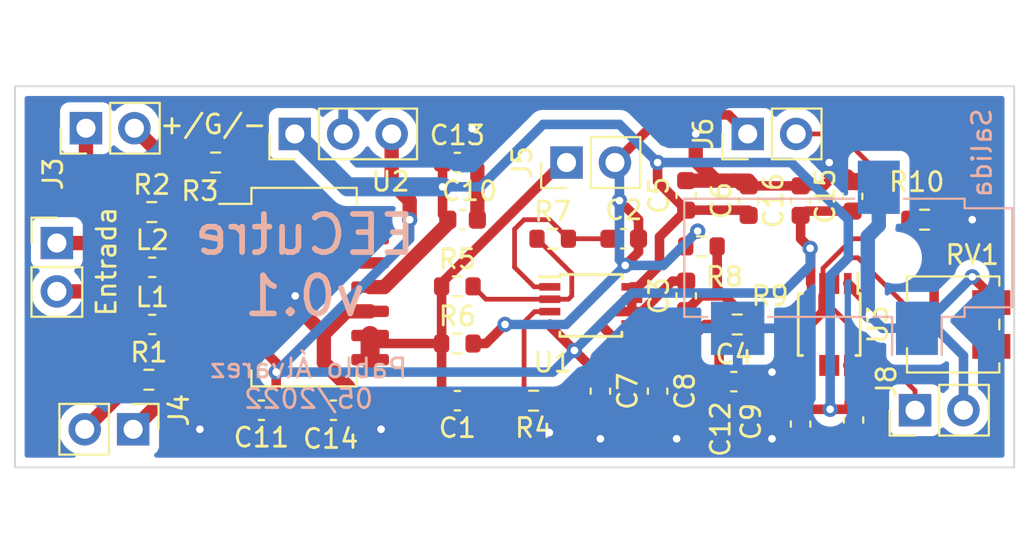
<source format=kicad_pcb>
(kicad_pcb (version 20211014) (generator pcbnew)
  (layers (0 "F.Cu" signal) (31 "B.Cu" signal) (34 "B.Paste" user) (35 "F.Paste" user) (36 "B.SilkS" user "B.Silkscreen") (37 "F.SilkS" user "F.Silkscreen") (38 "B.Mask" user) (39 "F.Mask" user) (44 "Edge.Cuts" user))
  (net 0 "")
  (net 1 "Net-(C1-Pad1)")
  (net 2 "/Sense")
  (net 3 "Net-(C2-Pad1)")
  (net 4 "Net-(C2-Pad2)")
  (net 5 "Net-(C3-Pad1)")
  (net 6 "Net-(C3-Pad2)")
  (net 7 "Net-(C4-Pad1)")
  (net 8 "Earth")
  (net 9 "Net-(J1-Pad1)")
  (net 10 "Net-(J1-Pad2)")
  (net 11 "+VDC")
  (net 12 "-VDC")
  (net 13 "Net-(J3-Pad2)")
  (net 14 "Net-(J4-Pad1)")
  (net 15 "Net-(J7-PadR)")
  (net 16 "/Ganancia")
  (net 17 "Net-(R3-Pad2)")
  (net 18 "Net-(R5-Pad2)")
  (net 19 "Net-(R10-Pad1)")
  (footprint "Capacitor_SMD:C_0603_1608Metric" (layer "F.Cu") (at 96.5 119)
    (fp_text reference "C14" (at -0.14058 1.5) (layer "F.SilkS"))
    (fp_text value "1uF")
    (pad "1" smd roundrect (at -0.775 0) (size 0.9 0.95) (layers "F.Cu" "F.Paste" "F.Mask") (net 12 "-VDC"))
    (pad "2" smd roundrect (at 0.775 0) (size 0.9 0.95) (layers "F.Cu" "F.Paste" "F.Mask") (net 8 "Earth"))
  )
  (footprint "Capacitor_SMD:C_0603_1608Metric" (layer "F.Cu") (at 121 119.725 -90)
    (fp_text reference "C12" (at 0.275 4.2 90) (layer "F.SilkS"))
    (fp_text value "1uF")
    (pad "1" smd roundrect (at -0.775 0 270) (size 0.9 0.95) (layers "F.Cu" "F.Paste" "F.Mask") (net 11 "+VDC"))
    (pad "2" smd roundrect (at 0.775 0 270) (size 0.9 0.95) (layers "F.Cu" "F.Paste" "F.Mask") (net 8 "Earth"))
  )
  (footprint "Capacitor_SMD:C_0603_1608Metric" (layer "F.Cu") (at 117.5 117.5)
    (fp_text reference "C4" (at 0 -1.43) (layer "F.SilkS"))
    (fp_text value "2.7uF")
    (pad "1" smd roundrect (at -0.775 0) (size 0.9 0.95) (layers "F.Cu" "F.Paste" "F.Mask") (net 7 "Net-(C4-Pad1)"))
    (pad "2" smd roundrect (at 0.775 0) (size 0.9 0.95) (layers "F.Cu" "F.Paste" "F.Mask") (net 8 "Earth"))
  )
  (footprint "Capacitor_SMD:C_0603_1608Metric" (layer "F.Cu") (at 118.275 108 90)
    (fp_text reference "C6" (at 0 -1.43 90) (layer "F.SilkS"))
    (fp_text value "1uF")
    (pad "1" smd roundrect (at -0.775 0 90) (size 0.9 0.95) (layers "F.Cu" "F.Paste" "F.Mask") (net 11 "+VDC"))
    (pad "2" smd roundrect (at 0.775 0 90) (size 0.9 0.95) (layers "F.Cu" "F.Paste" "F.Mask") (net 8 "Earth"))
  )
  (footprint "Resistor_SMD:R_0603_1608Metric" (layer "F.Cu") (at 117.675 114.5 180)
    (fp_text reference "R9" (at -1.725 1.5) (layer "F.SilkS"))
    (fp_text value "1.5K")
    (pad "1" smd roundrect (at -0.825 0 180) (size 0.8 0.95) (layers "F.Cu" "F.Paste" "F.Mask") (net 5 "Net-(C3-Pad1)"))
    (pad "2" smd roundrect (at 0.825 0 180) (size 0.8 0.95) (layers "F.Cu" "F.Paste" "F.Mask") (net 7 "Net-(C4-Pad1)"))
  )
  (footprint "Resistor_SMD:R_0603_1608Metric" (layer "F.Cu") (at 115.8 110.4)
    (fp_text reference "R8" (at 1.2 1.6) (layer "F.SilkS"))
    (fp_text value "1.5K")
    (pad "1" smd roundrect (at -0.825 0) (size 0.8 0.95) (layers "F.Cu" "F.Paste" "F.Mask") (net 4 "Net-(C2-Pad2)"))
    (pad "2" smd roundrect (at 0.825 0) (size 0.8 0.95) (layers "F.Cu" "F.Paste" "F.Mask") (net 5 "Net-(C3-Pad1)"))
  )
  (footprint "Resistor_SMD:R_0603_1608Metric" (layer "F.Cu") (at 86.825 117.4)
    (fp_text reference "R1" (at 0 -1.43) (layer "F.SilkS"))
    (fp_text value "47R")
    (pad "1" smd roundrect (at -0.825 0) (size 0.8 0.95) (layers "F.Cu" "F.Paste" "F.Mask") (net 10 "Net-(J1-Pad2)"))
    (pad "2" smd roundrect (at 0.825 0) (size 0.8 0.95) (layers "F.Cu" "F.Paste" "F.Mask") (net 14 "Net-(J4-Pad1)"))
  )
  (footprint "Connector_PinHeader_2.54mm:PinHeader_1x02_P2.54mm_Vertical" (layer "F.Cu") (at 83.525 104.2 90)
    (fp_text reference "J3" (at -2.4 -1.725 90) (layer "F.SilkS"))
    (fp_text value "Jumper V-")
    (pad "1" thru_hole rect (at 0 0 90) (size 1.7 1.7) (drill 1) (layers *.Cu *.Mask) (net 9 "Net-(J1-Pad1)"))
    (pad "2" thru_hole oval (at 0 2.54 90) (size 1.7 1.7) (drill 1) (layers *.Cu *.Mask) (net 13 "Net-(J3-Pad2)"))
  )
  (footprint "Capacitor_SMD:C_0603_1608Metric" (layer "F.Cu") (at 103.275 109)
    (fp_text reference "C10" (at 0.35942 -1.5 180) (layer "F.SilkS"))
    (fp_text value "100nF")
    (pad "1" smd roundrect (at -0.775 0) (size 0.9 0.95) (layers "F.Cu" "F.Paste" "F.Mask") (net 11 "+VDC"))
    (pad "2" smd roundrect (at 0.775 0) (size 0.9 0.95) (layers "F.Cu" "F.Paste" "F.Mask") (net 8 "Earth"))
  )
  (footprint "Package_SO:SO-14_5.3x10.2mm_P1.27mm" (layer "F.Cu") (at 94.9625 112.54)
    (fp_text reference "U2" (at 4.5375 -5.54) (layer "F.SilkS"))
    (fp_text value "INA163UA")
    (pad "1" smd roundrect (at -3.4625 -3.81) (size 1.975 0.6) (layers "F.Cu" "F.Paste" "F.Mask"))
    (pad "2" smd roundrect (at -3.4625 -2.54) (size 1.975 0.6) (layers "F.Cu" "F.Paste" "F.Mask"))
    (pad "3" smd roundrect (at -3.4625 -1.27) (size 1.975 0.6) (layers "F.Cu" "F.Paste" "F.Mask") (net 17 "Net-(R3-Pad2)"))
    (pad "4" smd roundrect (at -3.4625 0) (size 1.975 0.6) (layers "F.Cu" "F.Paste" "F.Mask") (net 13 "Net-(J3-Pad2)"))
    (pad "5" smd roundrect (at -3.4625 1.27) (size 1.975 0.6) (layers "F.Cu" "F.Paste" "F.Mask") (net 14 "Net-(J4-Pad1)"))
    (pad "6" smd roundrect (at -3.4625 2.54) (size 1.975 0.6) (layers "F.Cu" "F.Paste" "F.Mask") (net 12 "-VDC"))
    (pad "7" smd roundrect (at -3.4625 3.81) (size 1.975 0.6) (layers "F.Cu" "F.Paste" "F.Mask"))
    (pad "8" smd roundrect (at 3.4625 3.81) (size 1.975 0.6) (layers "F.Cu" "F.Paste" "F.Mask") (net 2 "/Sense"))
    (pad "9" smd roundrect (at 3.4625 2.54) (size 1.975 0.6) (layers "F.Cu" "F.Paste" "F.Mask") (net 2 "/Sense"))
    (pad "10" smd roundrect (at 3.4625 1.27) (size 1.975 0.6) (layers "F.Cu" "F.Paste" "F.Mask") (net 8 "Earth"))
    (pad "11" smd roundrect (at 3.4625 0) (size 1.975 0.6) (layers "F.Cu" "F.Paste" "F.Mask") (net 11 "+VDC"))
    (pad "12" smd roundrect (at 3.4625 -1.27) (size 1.975 0.6) (layers "F.Cu" "F.Paste" "F.Mask") (net 16 "/Ganancia"))
    (pad "13" smd roundrect (at 3.4625 -2.54) (size 1.975 0.6) (layers "F.Cu" "F.Paste" "F.Mask"))
    (pad "14" smd roundrect (at 3.4625 -3.81) (size 1.975 0.6) (layers "F.Cu" "F.Paste" "F.Mask"))
  )
  (footprint "Capacitor_SMD:C_0603_1608Metric" (layer "F.Cu") (at 121 108 90)
    (fp_text reference "C16" (at 0 -1.43 90) (layer "F.SilkS"))
    (fp_text value "1uF")
    (pad "1" smd roundrect (at -0.775 0 90) (size 0.9 0.95) (layers "F.Cu" "F.Paste" "F.Mask") (net 12 "-VDC"))
    (pad "2" smd roundrect (at 0.775 0 90) (size 0.9 0.95) (layers "F.Cu" "F.Paste" "F.Mask") (net 8 "Earth"))
  )
  (footprint "Resistor_SMD:R_0603_1608Metric" (layer "F.Cu") (at 103 115.5)
    (fp_text reference "R6" (at 0 -1.43) (layer "F.SilkS"))
    (fp_text value "2K")
    (pad "1" smd roundrect (at -0.825 0) (size 0.8 0.95) (layers "F.Cu" "F.Paste" "F.Mask") (net 2 "/Sense"))
    (pad "2" smd roundrect (at 0.825 0) (size 0.8 0.95) (layers "F.Cu" "F.Paste" "F.Mask") (net 4 "Net-(C2-Pad2)"))
  )
  (footprint "Resistor_SMD:R_0603_1608Metric" (layer "F.Cu") (at 103 112.5)
    (fp_text reference "R5" (at 0 -1.43) (layer "F.SilkS"))
    (fp_text value "2K")
    (pad "1" smd roundrect (at -0.825 0) (size 0.8 0.95) (layers "F.Cu" "F.Paste" "F.Mask") (net 2 "/Sense"))
    (pad "2" smd roundrect (at 0.825 0) (size 0.8 0.95) (layers "F.Cu" "F.Paste" "F.Mask") (net 18 "Net-(R5-Pad2)"))
  )
  (footprint "Capacitor_SMD:C_0603_1608Metric" (layer "F.Cu") (at 103 106)
    (fp_text reference "C13" (at 0 -1.43) (layer "F.SilkS"))
    (fp_text value "1uF")
    (pad "1" smd roundrect (at -0.775 0) (size 0.9 0.95) (layers "F.Cu" "F.Paste" "F.Mask") (net 11 "+VDC"))
    (pad "2" smd roundrect (at 0.775 0) (size 0.9 0.95) (layers "F.Cu" "F.Paste" "F.Mask") (net 8 "Earth"))
  )
  (footprint "Connector_PinHeader_2.54mm:PinHeader_1x02_P2.54mm_Vertical" (layer "F.Cu") (at 82 110.225)
    (fp_text reference "Entrada" (at 2.6 0.975 90) (layer "F.SilkS"))
    (fp_text value "Entrada")
    (pad "1" thru_hole rect (at 0 0) (size 1.7 1.7) (drill 1) (layers *.Cu *.Mask) (net 9 "Net-(J1-Pad1)"))
    (pad "2" thru_hole oval (at 0 2.54) (size 1.7 1.7) (drill 1) (layers *.Cu *.Mask) (net 10 "Net-(J1-Pad2)"))
  )
  (footprint "Capacitor_SMD:C_0603_1608Metric" (layer "F.Cu") (at 123.725 107.775 90)
    (fp_text reference "C15" (at 0 -1.43 90) (layer "F.SilkS"))
    (fp_text value "100nF")
    (pad "1" smd roundrect (at -0.775 0 90) (size 0.9 0.95) (layers "F.Cu" "F.Paste" "F.Mask") (net 12 "-VDC"))
    (pad "2" smd roundrect (at 0.775 0 90) (size 0.9 0.95) (layers "F.Cu" "F.Paste" "F.Mask") (net 8 "Earth"))
  )
  (footprint "Connector_PinHeader_2.54mm:PinHeader_1x02_P2.54mm_Vertical" (layer "F.Cu") (at 108.725 106 90)
    (fp_text reference "J5" (at 0 -2.33 90) (layer "F.SilkS"))
    (fp_text value "Jumper Notch")
    (pad "1" thru_hole rect (at 0 0 90) (size 1.7 1.7) (drill 1) (layers *.Cu *.Mask) (net 2 "/Sense"))
    (pad "2" thru_hole oval (at 0 2.54 90) (size 1.7 1.7) (drill 1) (layers *.Cu *.Mask) (net 4 "Net-(C2-Pad2)"))
  )
  (footprint "Capacitor_SMD:C_0603_1608Metric" (layer "F.Cu") (at 111.725 110)
    (fp_text reference "C2" (at 0 -1.5) (layer "F.SilkS"))
    (fp_text value "1.6uF")
    (pad "1" smd roundrect (at -0.775 0) (size 0.9 0.95) (layers "F.Cu" "F.Paste" "F.Mask") (net 3 "Net-(C2-Pad1)"))
    (pad "2" smd roundrect (at 0.775 0) (size 0.9 0.95) (layers "F.Cu" "F.Paste" "F.Mask") (net 4 "Net-(C2-Pad2)"))
  )
  (footprint "Resistor_SMD:R_0603_1608Metric" (layer "F.Cu") (at 90.325 106 180)
    (fp_text reference "R3" (at 0.825 -1.5) (layer "F.SilkS"))
    (fp_text value "56R")
    (pad "1" smd roundrect (at -0.825 0 180) (size 0.8 0.95) (layers "F.Cu" "F.Paste" "F.Mask") (net 16 "/Ganancia"))
    (pad "2" smd roundrect (at 0.825 0 180) (size 0.8 0.95) (layers "F.Cu" "F.Paste" "F.Mask") (net 17 "Net-(R3-Pad2)"))
  )
  (footprint "Resistor_SMD:R_0603_1608Metric" (layer "F.Cu") (at 108 110)
    (fp_text reference "R7" (at 0 -1.43) (layer "F.SilkS"))
    (fp_text value "2K")
    (pad "1" smd roundrect (at -0.825 0) (size 0.8 0.95) (layers "F.Cu" "F.Paste" "F.Mask") (net 18 "Net-(R5-Pad2)"))
    (pad "2" smd roundrect (at 0.825 0) (size 0.8 0.95) (layers "F.Cu" "F.Paste" "F.Mask") (net 3 "Net-(C2-Pad1)"))
  )
  (footprint "Resistor_SMD:R_0603_1608Metric" (layer "F.Cu") (at 86.975 108.6)
    (fp_text reference "R2" (at 0 -1.43) (layer "F.SilkS"))
    (fp_text value "47R")
    (pad "1" smd roundrect (at -0.825 0) (size 0.8 0.95) (layers "F.Cu" "F.Paste" "F.Mask") (net 9 "Net-(J1-Pad1)"))
    (pad "2" smd roundrect (at 0.825 0) (size 0.8 0.95) (layers "F.Cu" "F.Paste" "F.Mask") (net 13 "Net-(J3-Pad2)"))
  )
  (footprint "Connector_PinHeader_2.54mm:PinHeader_1x03_P2.54mm_Vertical" (layer "F.Cu") (at 94.475 104.5 90)
    (fp_text reference "+/G/-" (at 0.5 -4.275 180) (layer "F.SilkS"))
    (fp_text value "Alimentación")
    (pad "1" thru_hole rect (at 0 0 90) (size 1.7 1.7) (drill 1) (layers *.Cu *.Mask) (net 11 "+VDC"))
    (pad "2" thru_hole oval (at 0 2.54 90) (size 1.7 1.7) (drill 1) (layers *.Cu *.Mask) (net 8 "Earth"))
    (pad "3" thru_hole oval (at 0 5.08 90) (size 1.7 1.7) (drill 1) (layers *.Cu *.Mask) (net 12 "-VDC"))
  )
  (footprint "Capacitor_SMD:C_0603_1608Metric" (layer "F.Cu") (at 115 113 90)
    (fp_text reference "C3" (at 0 -1.43 90) (layer "F.SilkS"))
    (fp_text value "2.7uF")
    (pad "1" smd roundrect (at -0.775 0 90) (size 0.9 0.95) (layers "F.Cu" "F.Paste" "F.Mask") (net 5 "Net-(C3-Pad1)"))
    (pad "2" smd roundrect (at 0.775 0 90) (size 0.9 0.95) (layers "F.Cu" "F.Paste" "F.Mask") (net 6 "Net-(C3-Pad2)"))
  )
  (footprint "Potentiometer_SMD:Potentiometer_Bourns_3214J_Horizontal" (layer "F.Cu") (at 129 114.5)
    (fp_text reference "RV1" (at 1 -3.65) (layer "F.SilkS"))
    (fp_text value "50K")
    (pad "1" smd rect (at 2 -1.15) (size 2 1.3) (layers "F.Cu" "F.Paste" "F.Mask") (net 15 "Net-(J7-PadR)"))
    (pad "2" smd rect (at -2 0) (size 2 2) (layers "F.Cu" "F.Paste" "F.Mask") (net 19 "Net-(R10-Pad1)"))
    (pad "3" smd rect (at 2 1.15) (size 2 1.3) (layers "F.Cu" "F.Paste" "F.Mask"))
  )
  (footprint "Resistor_SMD:R_0603_1608Metric" (layer "F.Cu") (at 107 118.5 180)
    (fp_text reference "R4" (at 0 -1.43) (layer "F.SilkS"))
    (fp_text value "2K")
    (pad "1" smd roundrect (at -0.825 0 180) (size 0.8 0.95) (layers "F.Cu" "F.Paste" "F.Mask") (net 8 "Earth"))
    (pad "2" smd roundrect (at 0.825 0 180) (size 0.8 0.95) (layers "F.Cu" "F.Paste" "F.Mask") (net 1 "Net-(C1-Pad1)"))
  )
  (footprint "Capacitor_SMD:C_0603_1608Metric" (layer "F.Cu") (at 123.775 119.51 -90)
    (fp_text reference "C9" (at 0.09 5.375 -90) (layer "F.SilkS"))
    (fp_text value "100nF")
    (pad "1" smd roundrect (at -0.775 0 270) (size 0.9 0.95) (layers "F.Cu" "F.Paste" "F.Mask") (net 11 "+VDC"))
    (pad "2" smd roundrect (at 0.775 0 270) (size 0.9 0.95) (layers "F.Cu" "F.Paste" "F.Mask") (net 8 "Earth"))
  )
  (footprint "Connector_PinHeader_2.54mm:PinHeader_1x02_P2.54mm_Vertical" (layer "F.Cu") (at 86 120 -90)
    (fp_text reference "J4" (at -1 -2.4 90) (layer "F.SilkS"))
    (fp_text value "Jumper V+")
    (pad "1" thru_hole rect (at 0 0 270) (size 1.7 1.7) (drill 1) (layers *.Cu *.Mask) (net 14 "Net-(J4-Pad1)"))
    (pad "2" thru_hole oval (at 0 2.54 270) (size 1.7 1.7) (drill 1) (layers *.Cu *.Mask) (net 10 "Net-(J1-Pad2)"))
  )
  (footprint "Connector_PinHeader_2.54mm:PinHeader_1x02_P2.54mm_Vertical" (layer "F.Cu") (at 127 119 90)
    (fp_text reference "J8" (at 1.5 -1.5 90) (layer "F.SilkS"))
    (fp_text value "Jumper Amplificador")
    (pad "1" thru_hole rect (at 0 0 90) (size 1.7 1.7) (drill 1) (layers *.Cu *.Mask) (net 6 "Net-(C3-Pad2)"))
    (pad "2" thru_hole oval (at 0 2.54 90) (size 1.7 1.7) (drill 1) (layers *.Cu *.Mask) (net 15 "Net-(J7-PadR)"))
  )
  (footprint "Resistor_SMD:R_0603_1608Metric" (layer "F.Cu") (at 127.5 109)
    (fp_text reference "R10" (at -0.41 -1.98) (layer "F.SilkS"))
    (fp_text value "1K")
    (pad "1" smd roundrect (at -0.825 0) (size 0.8 0.95) (layers "F.Cu" "F.Paste" "F.Mask") (net 19 "Net-(R10-Pad1)"))
    (pad "2" smd roundrect (at 0.825 0) (size 0.8 0.95) (layers "F.Cu" "F.Paste" "F.Mask") (net 8 "Earth"))
  )
  (footprint "Capacitor_SMD:C_0603_1608Metric" (layer "F.Cu") (at 103 118.5 180)
    (fp_text reference "C1" (at 0 -1.43) (layer "F.SilkS"))
    (fp_text value "1.6uF")
    (pad "1" smd roundrect (at -0.775 0 180) (size 0.9 0.95) (layers "F.Cu" "F.Paste" "F.Mask") (net 1 "Net-(C1-Pad1)"))
    (pad "2" smd roundrect (at 0.775 0 180) (size 0.9 0.95) (layers "F.Cu" "F.Paste" "F.Mask") (net 2 "/Sense"))
  )
  (footprint "Package_SO:TSSOP-8_3x3mm_P0.65mm" (layer "F.Cu") (at 110 113.5)
    (fp_text reference "U1" (at -2 3) (layer "F.SilkS"))
    (fp_text value "LM358")
    (pad "1" smd rect (at -2.15 -0.975) (size 1.1 0.4) (layers "F.Cu" "F.Paste" "F.Mask") (net 3 "Net-(C2-Pad1)"))
    (pad "2" smd rect (at -2.15 -0.325) (size 1.1 0.4) (layers "F.Cu" "F.Paste" "F.Mask") (net 18 "Net-(R5-Pad2)"))
    (pad "3" smd rect (at -2.15 0.325) (size 1.1 0.4) (layers "F.Cu" "F.Paste" "F.Mask") (net 1 "Net-(C1-Pad1)"))
    (pad "4" smd rect (at -2.15 0.975) (size 1.1 0.4) (layers "F.Cu" "F.Paste" "F.Mask") (net 12 "-VDC"))
    (pad "5" smd rect (at 2.15 0.975) (size 1.1 0.4) (layers "F.Cu" "F.Paste" "F.Mask") (net 7 "Net-(C4-Pad1)"))
    (pad "6" smd rect (at 2.15 0.325) (size 1.1 0.4) (layers "F.Cu" "F.Paste" "F.Mask") (net 6 "Net-(C3-Pad2)"))
    (pad "7" smd rect (at 2.15 -0.325) (size 1.1 0.4) (layers "F.Cu" "F.Paste" "F.Mask") (net 6 "Net-(C3-Pad2)"))
    (pad "8" smd rect (at 2.15 -0.975) (size 1.1 0.4) (layers "F.Cu" "F.Paste" "F.Mask") (net 11 "+VDC"))
  )
  (footprint "Inductor_SMD:L_0603_1608Metric" (layer "F.Cu") (at 87 111.5)
    (fp_text reference "L2" (at 0 -1.43) (layer "F.SilkS"))
    (fp_text value "1.2uH")
    (pad "1" smd roundrect (at -0.7875 0) (size 0.875 0.95) (layers "F.Cu" "F.Paste" "F.Mask") (net 9 "Net-(J1-Pad1)"))
    (pad "2" smd roundrect (at 0.7875 0) (size 0.875 0.95) (layers "F.Cu" "F.Paste" "F.Mask") (net 13 "Net-(J3-Pad2)"))
  )
  (footprint "Capacitor_SMD:C_0603_1608Metric" (layer "F.Cu") (at 92.725 119 180)
    (fp_text reference "C11" (at 0 -1.43) (layer "F.SilkS"))
    (fp_text value "100nF")
    (pad "1" smd roundrect (at -0.775 0 180) (size 0.9 0.95) (layers "F.Cu" "F.Paste" "F.Mask") (net 12 "-VDC"))
    (pad "2" smd roundrect (at 0.775 0 180) (size 0.9 0.95) (layers "F.Cu" "F.Paste" "F.Mask") (net 8 "Earth"))
  )
  (footprint "Connector_PinHeader_2.54mm:PinHeader_1x02_P2.54mm_Vertical" (layer "F.Cu") (at 118.225 104.5 90)
    (fp_text reference "J6" (at 0 -2.33 90) (layer "F.SilkS"))
    (fp_text value "Jumper Paso Bajo")
    (pad "1" thru_hole rect (at 0 0 90) (size 1.7 1.7) (drill 1) (layers *.Cu *.Mask) (net 4 "Net-(C2-Pad2)"))
    (pad "2" thru_hole oval (at 0 2.54 90) (size 1.7 1.7) (drill 1) (layers *.Cu *.Mask) (net 6 "Net-(C3-Pad2)"))
  )
  (footprint "Capacitor_SMD:C_0603_1608Metric" (layer "F.Cu") (at 110.5 118 -90)
    (fp_text reference "C7" (at 0 -1.43 90) (layer "F.SilkS"))
    (fp_text value "100nF")
    (pad "1" smd roundrect (at -0.775 0 270) (size 0.9 0.95) (layers "F.Cu" "F.Paste" "F.Mask") (net 12 "-VDC"))
    (pad "2" smd roundrect (at 0.775 0 270) (size 0.9 0.95) (layers "F.Cu" "F.Paste" "F.Mask") (net 8 "Earth"))
  )
  (footprint "Capacitor_SMD:C_0603_1608Metric" (layer "F.Cu") (at 115 107.725 90)
    (fp_text reference "C5" (at 0 -1.43 90) (layer "F.SilkS"))
    (fp_text value "100nF")
    (pad "1" smd roundrect (at -0.775 0 90) (size 0.9 0.95) (layers "F.Cu" "F.Paste" "F.Mask") (net 11 "+VDC"))
    (pad "2" smd roundrect (at 0.775 0 90) (size 0.9 0.95) (layers "F.Cu" "F.Paste" "F.Mask") (net 8 "Earth"))
  )
  (footprint "Package_SO:TSSOP-8_3x3mm_P0.65mm" (layer "F.Cu") (at 122.5 114.5 -90)
    (fp_text reference "U3" (at 0 -2.55 90) (layer "F.SilkS"))
    (fp_text value "LM358")
    (pad "1" smd rect (at -2.15 -0.975 270) (size 1.1 0.4) (layers "F.Cu" "F.Paste" "F.Mask") (net 15 "Net-(J7-PadR)"))
    (pad "2" smd rect (at -2.15 -0.325 270) (size 1.1 0.4) (layers "F.Cu" "F.Paste" "F.Mask") (net 19 "Net-(R10-Pad1)"))
    (pad "3" smd rect (at -2.15 0.325 270) (size 1.1 0.4) (layers "F.Cu" "F.Paste" "F.Mask") (net 6 "Net-(C3-Pad2)"))
    (pad "4" smd rect (at -2.15 0.975 270) (size 1.1 0.4) (layers "F.Cu" "F.Paste" "F.Mask") (net 12 "-VDC"))
    (pad "5" smd rect (at 2.15 0.975 270) (size 1.1 0.4) (layers "F.Cu" "F.Paste" "F.Mask"))
    (pad "6" smd rect (at 2.15 0.325 270) (size 1.1 0.4) (layers "F.Cu" "F.Paste" "F.Mask"))
    (pad "7" smd rect (at 2.15 -0.325 270) (size 1.1 0.4) (layers "F.Cu" "F.Paste" "F.Mask"))
    (pad "8" smd rect (at 2.15 -0.975 270) (size 1.1 0.4) (layers "F.Cu" "F.Paste" "F.Mask") (net 11 "+VDC"))
  )
  (footprint "Capacitor_SMD:C_0603_1608Metric" (layer "F.Cu") (at 113.5 118 -90)
    (fp_text reference "C8" (at 0 -1.43 90) (layer "F.SilkS"))
    (fp_text value "1uF")
    (pad "1" smd roundrect (at -0.775 0 270) (size 0.9 0.95) (layers "F.Cu" "F.Paste" "F.Mask") (net 12 "-VDC"))
    (pad "2" smd roundrect (at 0.775 0 270) (size 0.9 0.95) (layers "F.Cu" "F.Paste" "F.Mask") (net 8 "Earth"))
  )
  (footprint "Inductor_SMD:L_0603_1608Metric" (layer "F.Cu") (at 87 114.5)
    (fp_text reference "L1" (at 0 -1.43) (layer "F.SilkS"))
    (fp_text value "1.2uH")
    (pad "1" smd roundrect (at -0.7875 0) (size 0.875 0.95) (layers "F.Cu" "F.Paste" "F.Mask") (net 10 "Net-(J1-Pad2)"))
    (pad "2" smd roundrect (at 0.7875 0) (size 0.875 0.95) (layers "F.Cu" "F.Paste" "F.Mask") (net 14 "Net-(J4-Pad1)"))
  )
  (footprint "Connector_Audio:Jack_3.5mm_CUI_SJ-3523-SMT_Horizontal" (layer "B.Cu") (at 123.5 111 90)
    (fp_text reference "Salida" (at 5.5 7 90) (layer "B.SilkS") (effects (justify mirror)))
    (fp_text value "AudioJack3")
    (pad "" np_thru_hole circle (at 0 2.5 90) (size 1.7 1.7) (drill 1.7) (layers *.Cu *.Mask))
    (pad "" np_thru_hole circle (at 0 -4.5 90) (size 1.7 1.7) (drill 1.7) (layers *.Cu *.Mask))
    (pad "R" smd rect (at 3.7 1.6 90) (size 2.8 2.2) (layers "B.Cu" "B.Paste" "B.Mask") (net 15 "Net-(J7-PadR)"))
    (pad "S" smd rect (at -3.7 3.6 90) (size 2.8 2.2) (layers "B.Cu" "B.Paste" "B.Mask") (net 15 "Net-(J7-PadR)"))
    (pad "T" smd rect (at -3.7 -5.8 90) (size 2.8 2.8) (layers "B.Cu" "B.Paste" "B.Mask") (net 8 "Earth"))
  )
  (gr_rect (start 79.8 102) (end 132.2 122) (layer "Edge.Cuts") (width 0.1) (fill none))
  (gr_text "EECutre\nv0.1" (at 95 111.4) (layer "B.SilkS") (effects (font (size 2 2) (thickness 0.3)) (justify mirror)))
  (gr_text "Pablo Álvarez\n05/2022" (at 95.2 117.6) (layer "B.SilkS") (effects (font (size 1 1)) (justify mirror)))
  (segment (start 107.05 113.825) (end 106.5 114.375) (width 0.25) (layer "F.Cu") (net 1))
  (segment (start 107.85 113.825) (end 107.05 113.825) (width 0.25) (layer "F.Cu") (net 1))
  (segment (start 103.775 118.5) (end 106.175 118.5) (width 0.5) (layer "F.Cu") (net 1))
  (segment (start 106.5 114.375) (end 106.5 118.175) (width 0.25) (layer "F.Cu") (net 1))
  (segment (start 108.5 106) (end 102.175 112.325) (width 0.5) (layer "F.Cu") (net 2))
  (segment (start 98.425 116.35) (end 98.425 115.08) (width 1) (layer "F.Cu") (net 2))
  (segment (start 102.175 115.5) (end 102.175 118.45) (width 0.5) (layer "F.Cu") (net 2))
  (segment (start 102.175 115.5) (end 98.845 115.5) (width 0.5) (layer "F.Cu") (net 2))
  (segment (start 108.725 106) (end 108.5 106) (width 0.5) (layer "F.Cu") (net 2))
  (segment (start 98.845 115.5) (end 98.425 115.08) (width 0.5) (layer "F.Cu") (net 2))
  (segment (start 102.175 112.5) (end 102.175 115.5) (width 0.5) (layer "F.Cu") (net 2))
  (segment (start 102.175 112.325) (end 102.175 112.5) (width 0.5) (layer "F.Cu") (net 2))
  (segment (start 102.175 118.45) (end 102.225 118.5) (width 0.5) (layer "F.Cu") (net 2))
  (segment (start 106 109.5) (end 106 111.5) (width 0.25) (layer "F.Cu") (net 3))
  (segment (start 106.5 109) (end 106 109.5) (width 0.25) (layer "F.Cu") (net 3))
  (segment (start 108.825 110) (end 110.95 110) (width 0.25) (layer "F.Cu") (net 3))
  (segment (start 107.825 109) (end 106.5 109) (width 0.25) (layer "F.Cu") (net 3))
  (segment (start 107.025 112.525) (end 107.85 112.525) (width 0.25) (layer "F.Cu") (net 3))
  (segment (start 108.825 110) (end 107.825 109) (width 0.25) (layer "F.Cu") (net 3))
  (segment (start 106 111.5) (end 107.025 112.525) (width 0.25) (layer "F.Cu") (net 3))
  (segment (start 111.265 106) (end 113.765 103.5) (width 0.5) (layer "F.Cu") (net 4))
  (segment (start 104.5 115.5) (end 105.5 114.5) (width 0.5) (layer "F.Cu") (net 4))
  (segment (start 113.765 103.5) (end 117.225 103.5) (width 0.5) (layer "F.Cu") (net 4))
  (segment (start 112.5 110) (end 112.5 110.7) (width 0.5) (layer "F.Cu") (net 4))
  (segment (start 114.975 110.4) (end 114.975 110.225) (width 0.5) (layer "F.Cu") (net 4))
  (segment (start 103.825 115.5) (end 104.5 115.5) (width 0.5) (layer "F.Cu") (net 4))
  (segment (start 114.975 110.225) (end 115.6 109.6) (width 0.5) (layer "F.Cu") (net 4))
  (segment (start 117.225 103.5) (end 118.225 104.5) (width 0.5) (layer "F.Cu") (net 4))
  (segment (start 112.5 109) (end 111.5 108) (width 0.5) (layer "F.Cu") (net 4))
  (segment (start 112.5 110.7) (end 111.8 111.4) (width 0.5) (layer "F.Cu") (net 4))
  (segment (start 112.5 110) (end 112.5 109) (width 0.5) (layer "F.Cu") (net 4))
  (via (at 115.6 109.6) (size 0.8) (drill 0.4) (layers "F.Cu" "B.Cu") (net 4))
  (via (at 111.5 108) (size 0.8) (drill 0.4) (layers "F.Cu" "B.Cu") (net 4))
  (via (at 105.5 114.5) (size 0.8) (drill 0.4) (layers "F.Cu" "B.Cu") (net 4))
  (via (at 111.8 111.4) (size 0.8) (drill 0.4) (layers "F.Cu" "B.Cu") (net 4))
  (segment (start 111.5 108) (end 111.5 111.1) (width 0.5) (layer "B.Cu") (net 4))
  (segment (start 115.6 109.6) (end 113.8 111.4) (width 0.5) (layer "B.Cu") (net 4))
  (segment (start 108.7 114.5) (end 105.5 114.5) (width 0.5) (layer "B.Cu") (net 4))
  (segment (start 113.8 111.4) (end 111.8 111.4) (width 0.5) (layer "B.Cu") (net 4))
  (segment (start 111.8 111.4) (end 108.7 114.5) (width 0.5) (layer "B.Cu") (net 4))
  (segment (start 111.5 111.1) (end 111.8 111.4) (width 0.5) (layer "B.Cu") (net 4))
  (segment (start 111.5 108) (end 111.5 106.235) (width 0.5) (layer "B.Cu") (net 4))
  (segment (start 111.5 106.235) (end 111.265 106) (width 0.5) (layer "B.Cu") (net 4))
  (segment (start 117 113) (end 118.5 114.5) (width 0.5) (layer "F.Cu") (net 5))
  (segment (start 115 113.775) (end 115.775 113) (width 0.5) (layer "F.Cu") (net 5))
  (segment (start 116.625 112.625) (end 116.625 110.4) (width 0.5) (layer "F.Cu") (net 5))
  (segment (start 115.775 113) (end 117 113) (width 0.5) (layer "F.Cu") (net 5))
  (segment (start 117 113) (end 116.625 112.625) (width 0.5) (layer "F.Cu") (net 5))
  (segment (start 120.5 115.5) (end 122.175489 113.824511) (width 0.5) (layer "F.Cu") (net 6))
  (segment (start 123.725 110) (end 124.5 110) (width 0.25) (layer "F.Cu") (net 6))
  (segment (start 115 116.5) (end 115 118.5) (width 0.5) (layer "F.Cu") (net 6))
  (segment (start 112.15 113.825) (end 112.15 113.224519) (width 0.5) (layer "F.Cu") (net 6))
  (segment (start 122.175 111.55) (end 123.725 110) (width 0.25) (layer "F.Cu") (net 6))
  (segment (start 114.275 112.225) (end 115 112.225) (width 0.5) (layer "F.Cu") (net 6))
  (segment (start 112.675 113.825) (end 114.275 112.225) (width 0.5) (layer "F.Cu") (net 6))
  (segment (start 120.5 117.5) (end 120.5 115.5) (width 0.5) (layer "F.Cu") (net 6))
  (segment (start 123.04 104.5) (end 120.765 104.5) (width 0.25) (layer "F.Cu") (net 6))
  (segment (start 118.5 119) (end 119.5 118) (width 0.5) (layer "F.Cu") (net 6))
  (segment (start 119.5 118) (end 120 118) (width 0.5) (layer "F.Cu") (net 6))
  (segment (start 115.5 119) (end 118.5 119) (width 0.5) (layer "F.Cu") (net 6))
  (segment (start 122.175489 113.675489) (end 122.175489 113) (width 0.5) (layer "F.Cu") (net 6))
  (segment (start 112 116) (end 114.5 116) (width 0.5) (layer "F.Cu") (net 6))
  (segment (start 125 106.46) (end 123.04 104.5) (width 0.25) (layer "F.Cu") (net 6))
  (segment (start 124.5 110) (end 125 109.5) (width 0.25) (layer "F.Cu") (net 6))
  (segment (start 115 118.5) (end 115.5 119) (width 0.5) (layer "F.Cu") (net 6))
  (segment (start 114.5 116) (end 115 116.5) (width 0.5) (layer "F.Cu") (net 6))
  (segment (start 122.175489 113.824511) (end 122.175489 113.675489) (width 0.5) (layer "F.Cu") (net 6))
  (segment (start 120 118) (end 120.5 117.5) (width 0.5) (layer "F.Cu") (net 6))
  (segment (start 112.15 113.825) (end 111.175 113.825) (width 0.5) (layer "F.Cu") (net 6))
  (segment (start 122.175 113.15) (end 127 117.975) (width 0.25) (layer "F.Cu") (net 6))
  (segment (start 127 117.975) (end 127 119) (width 0.25) (layer "F.Cu") (net 6))
  (segment (start 111.175 113.825) (end 110.5 114.5) (width 0.5) (layer "F.Cu") (net 6))
  (segment (start 112.15 113.825) (end 112.675 113.825) (width 0.5) (layer "F.Cu") (net 6))
  (segment (start 122.175 112.35) (end 122.175 111.55) (width 0.25) (layer "F.Cu") (net 6))
  (segment (start 125 109.5) (end 125 106.46) (width 0.25) (layer "F.Cu") (net 6))
  (segment (start 110.5 114.5) (end 112 116) (width 0.5) (layer "F.Cu") (net 6))
  (segment (start 122.175 112.35) (end 122.175 113.15) (width 0.25) (layer "F.Cu") (net 6))
  (segment (start 116.725 114.625) (end 116.85 114.5) (width 0.5) (layer "F.Cu") (net 7))
  (segment (start 114 115) (end 113.52452 114.52452) (width 0.5) (layer "F.Cu") (net 7))
  (segment (start 113.52452 114.52452) (end 112.52452 114.52452) (width 0.5) (layer "F.Cu") (net 7))
  (segment (start 116 114.5) (end 115.5 115) (width 0.5) (layer "F.Cu") (net 7))
  (segment (start 116.85 114.5) (end 116 114.5) (width 0.5) (layer "F.Cu") (net 7))
  (segment (start 116.725 117.5) (end 116.725 114.625) (width 0.5) (layer "F.Cu") (net 7))
  (segment (start 115.5 115) (end 114 115) (width 0.5) (layer "F.Cu") (net 7))
  (segment (start 118.5 117.5) (end 119 117) (width 0.5) (layer "F.Cu") (net 8))
  (segment (start 104.05 107.45) (end 104.05 106.275) (width 0.75) (layer "F.Cu") (net 8))
  (segment (start 97.275 119) (end 98 119) (width 0.75) (layer "F.Cu") (net 8))
  (segment (start 90.5 119) (end 89.5 120) (width 0.75) (layer "F.Cu") (net 8))
  (segment (start 97.19 113.81) (end 96 115) (width 0.75) (layer "F.Cu") (net 8))
  (segment (start 94.5 113.5) (end 94.5 113) (width 0.75) (layer "F.Cu") (net 8))
  (segment (start 121 107.225) (end 122.225 107.225) (width 0.5) (layer "F.Cu") (net 8))
  (segment (start 104.05 109) (end 104.05 107.45) (width 0.75) (layer "F.Cu") (net 8))
  (segment (start 96 115) (end 96 116.5) (width 0.75) (layer "F.Cu") (net 8))
  (segment (start 97.275 119) (end 97.275 117.775) (width 0.75) (layer "F.Cu") (net 8))
  (segment (start 98 119) (end 99 120) (width 0.75) (layer "F.Cu") (net 8))
  (segment (start 117.55 106.95) (end 118.275 106.95) (width 0.75) (layer "F.Cu") (net 8))
  (segment (start 123.45 106.725) (end 123.725 107) (width 0.75) (layer "F.Cu") (net 8))
  (segment (start 113.5 118.775) (end 113.5 119.5) (width 0.75) (layer "F.Cu") (net 8))
  (segment (start 128.325 109) (end 130 109) (width 0.75) (layer "F.Cu") (net 8))
  (segment (start 119 117) (end 119.5 117) (width 0.5) (layer "F.Cu") (net 8))
  (segment (start 91.95 119) (end 90.5 119) (width 0.75) (layer "F.Cu") (net 8))
  (segment (start 118.275 117.5) (end 118.5 117.5) (width 0.5) (layer "F.Cu") (net 8))
  (segment (start 122.5 106.5) (end 122.5 106) (width 0.75) (layer "F.Cu") (net 8))
  (segment (start 116.55 106.95) (end 115.5 105.9) (width 0.75) (layer "F.Cu") (net 8))
  (segment (start 116.55 106.95) (end 117.55 106.95) (width 0.75) (layer "F.Cu") (net 8))
  (segment (start 121 120.5) (end 123.56 120.5) (width 0.75) (layer "F.Cu") (net 8))
  (segment (start 115 106.95) (end 116.55 106.95) (width 0.75) (layer "F.Cu") (net 8))
  (segment (start 96 116.5) (end 97.275 117.775) (width 0.75) (layer "F.Cu") (net 8))
  (segment (start 107.825 118.5) (end 107.825 120.175) (width 0.75) (layer "F.Cu") (net 8))
  (segment (start 115.5 105.9) (end 115.5 104.5) (width 0.75) (layer "F.Cu") (net 8))
  (segment (start 122.725 106.725) (end 123.45 106.725) (width 0.75) (layer "F.Cu") (net 8))
  (segment (start 104.05 106.275) (end 103.775 106) (width 0.75) (layer "F.Cu") (net 8))
  (segment (start 122.225 107.225) (end 122.725 106.725) (width 0.5) (layer "F.Cu") (net 8))
  (segment (start 103.775 106) (end 103.775 104.225) (width 0.75) (layer "F.Cu") (net 8))
  (segment (start 113.5 119.5) (end 114.5 120.5) (width 0.75) (layer "F.Cu") (net 8))
  (segment (start 122.725 106.725) (end 122.5 106.5) (width 0.75) (layer "F.Cu") (net 8))
  (segment (start 110.5 118.775) (end 110.5 120.5) (width 0.75) (layer "F.Cu") (net 8))
  (segment (start 121 120.5) (end 119.5 120.5) (width 0.75) (layer "F.Cu") (net 8))
  (segment (start 123.56 120.5) (end 123.775 120.285) (width 0.75) (layer "F.Cu") (net 8))
  (segment (start 117.825 107.225) (end 117.55 106.95) (width 0.5) (layer "F.Cu") (net 8))
  (segment (start 121 107.225) (end 117.825 107.225) (width 0.5) (layer "F.Cu") (net 8))
  (segment (start 98.425 113.81) (end 97.19 113.81) (width 0.75) (layer "F.Cu") (net 8))
  (segment (start 96 115) (end 94.5 113.5) (width 0.75) (layer "F.Cu") (net 8))
  (via (at 110.5 120.5) (size 0.8) (drill 0.4) (layers "F.Cu" "B.Cu") (net 8))
  (via (at 99 120) (size 0.8) (drill 0.4) (layers "F.Cu" "B.Cu") (net 8))
  (via (at 114.5 120.5) (size 0.8) (drill 0.4) (layers "F.Cu" "B.Cu") (net 8))
  (via (at 115.5 104.5) (size 0.8) (drill 0.4) (layers "F.Cu" "B.Cu") (net 8))
  (via (at 119.5 120.5) (size 0.8) (drill 0.4) (layers "F.Cu" "B.Cu") (net 8))
  (via (at 107.825 120.175) (size 0.8) (drill 0.4) (layers "F.Cu" "B.Cu") (net 8))
  (via (at 122.5 106) (size 0.8) (drill 0.4) (layers "F.Cu" "B.Cu") (net 8))
  (via (at 103.775 104.225) (size 0.8) (drill 0.4) (layers "F.Cu" "B.Cu") (net 8))
  (via (at 94.5 113) (size 0.8) (drill 0.4) (layers "F.Cu" "B.Cu") (net 8))
  (via (at 89.5 120) (size 0.8) (drill 0.4) (layers "F.Cu" "B.Cu") (net 8))
  (via (at 119.5 117) (size 0.8) (drill 0.4) (layers "F.Cu" "B.Cu") (net 8))
  (via (at 130 109) (size 0.8) (drill 0.4) (layers "F.Cu" "B.Cu") (net 8))
  (segment (start 84.9375 110.225) (end 86.2125 111.5) (width 0.75) (layer "F.Cu") (net 9))
  (segment (start 86.15 108.6) (end 83.525 105.975) (width 0.75) (layer "F.Cu") (net 9))
  (segment (start 86.2125 111.5) (end 86.2125 109.0625) (width 0.75) (layer "F.Cu") (net 9))
  (segment (start 86.2125 109.0625) (end 86.15 109) (width 0.75) (layer "F.Cu") (net 9))
  (segment (start 83.525 105.975) (end 83.525 104.2) (width 0.75) (layer "F.Cu") (net 9))
  (segment (start 82 110.225) (end 84.9375 110.225) (width 0.75) (layer "F.Cu") (net 9))
  (segment (start 86.2125 114.5) (end 86.2125 117.1875) (width 0.75) (layer "F.Cu") (net 10))
  (segment (start 86.2125 117.1875) (end 86 117.4) (width 0.75) (layer "F.Cu") (net 10))
  (segment (start 82 112.765) (end 84.4775 112.765) (width 0.75) (layer "F.Cu") (net 10))
  (segment (start 86 117.46) (end 83.46 120) (width 0.75) (layer "F.Cu") (net 10))
  (segment (start 84.4775 112.765) (end 86.2125 114.5) (width 0.75) (layer "F.Cu") (net 10))
  (segment (start 123.775 116.775) (end 123.65 116.65) (width 0.5) (layer "F.Cu") (net 11))
  (segment (start 123.56 118.95) (end 123.775 118.735) (width 0.5) (layer "F.Cu") (net 11))
  (segment (start 115 108.5) (end 113.5 107) (width 0.5) (layer "F.Cu") (net 11))
  (segment (start 102.225 107.275) (end 102.225 108.725) (width 0.5) (layer "F.Cu") (net 11))
  (segment (start 102.225 106) (end 102.225 107.275) (width 0.5) (layer "F.Cu") (net 11))
  (segment (start 98.425 112.54) (end 99.167126 112.54) (width 0.75) (layer "F.Cu") (net 11))
  (segment (start 112.475 112.525) (end 112.15 112.525) (width 0.5) (layer "F.Cu") (net 11))
  (segment (start 102.5 109.207126) (end 102.5 109) (width 0.75) (layer "F.Cu") (net 11))
  (segment (start 122.55 118.95) (end 123.56 118.95) (width 0.5) (layer "F.Cu") (net 11))
  (segment (start 115 108.5) (end 113.6 109.9) (width 0.5) (layer "F.Cu") (net 11))
  (segment (start 121 118.95) (end 122.55 118.95) (width 0.5) (layer "F.Cu") (net 11))
  (segment (start 115 108.5) (end 118.275 108.5) (width 0.5) (layer "F.Cu") (net 11))
  (segment (start 113.6 109.9) (end 113.6 111.4) (width 0.5) (layer "F.Cu") (net 11))
  (segment (start 99.167126 112.54) (end 102.5 109.207126) (width 0.75) (layer "F.Cu") (net 11))
  (segment (start 113.5 107) (end 113.5 106) (width 0.5) (layer "F.Cu") (net 11))
  (segment (start 123.775 118.735) (end 123.775 116.775) (width 0.5) (layer "F.Cu") (net 11))
  (segment (start 123.65 116.65) (end 123.475 116.65) (width 0.5) (layer "F.Cu") (net 11))
  (segment (start 113.6 111.4) (end 112.475 112.525) (width 0.5) (layer "F.Cu") (net 11))
  (segment (start 102.225 108.725) (end 102.5 109) (width 0.5) (layer "F.Cu") (net 11))
  (via (at 122.55 118.95) (size 0.8) (drill 0.4) (layers "F.Cu" "B.Cu") (net 11))
  (via (at 102.225 107.275) (size 0.8) (drill 0.4) (layers "F.Cu" "B.Cu") (net 11))
  (via (at 113.5 106) (size 0.8) (drill 0.4) (layers "F.Cu" "B.Cu") (net 11))
  (segment (start 123.5 111) (end 123.5 109) (width 0.5) (layer "B.Cu") (net 11))
  (segment (start 123.5 109) (end 120.5 106) (width 0.5) (layer "B.Cu") (net 11))
  (segment (start 122.55 111.95) (end 123.5 111) (width 0.5) (layer "B.Cu") (net 11))
  (segment (start 111.5 104) (end 113.5 106) (width 0.5) (layer "B.Cu") (net 11))
  (segment (start 107.5 104) (end 111.5 104) (width 0.5) (layer "B.Cu") (net 11))
  (segment (start 102.225 107.275) (end 104.225 107.275) (width 0.5) (layer "B.Cu") (net 11))
  (segment (start 122.55 118.95) (end 122.55 111.95) (width 0.5) (layer "B.Cu") (net 11))
  (segment (start 104.225 107.275) (end 107.5 104) (width 0.5) (layer "B.Cu") (net 11))
  (segment (start 120.5 106) (end 113.5 106) (width 0.5) (layer "B.Cu") (net 11))
  (segment (start 94.475 104.5) (end 97.25 107.275) (width 1) (layer "B.Cu") (net 11))
  (segment (start 97.25 107.275) (end 102.225 107.275) (width 1) (layer "B.Cu") (net 11))
  (segment (start 91.5 115.08) (end 92.065349 115.08) (width 0.5) (layer "F.Cu") (net 12))
  (segment (start 93.5 117) (end 93.5 119) (width 0.5) (layer "F.Cu") (net 12))
  (segment (start 93.5 119) (end 95.725 119) (width 0.5) (layer "F.Cu") (net 12))
  (segment (start 110.5 117.225) (end 113.5 117.225) (width 0.5) (layer "F.Cu") (net 12))
  (segment (start 107.85 114.575) (end 109.1375 115.8625) (width 0.5) (layer "F.Cu") (net 12))
  (segment (start 92.065349 115.08) (end 93.5 116.514651) (width 0.5) (layer "F.Cu") (net 12))
  (segment (start 121.525 110.525) (end 121.5 110.5) (width 0.5) (layer "F.Cu") (net 12))
  (segment (start 99.555 104.5) (end 99.555 107.055) (width 0.75) (layer "F.Cu") (net 12))
  (segment (start 99.555 107.055) (end 100.5 108) (width 0.75) (layer "F.Cu") (net 12))
  (segment (start 121.525 112.35) (end 121.525 110.525) (width 0.5) (layer "F.Cu") (net 12))
  (segment (start 107.85 114.475) (end 107.85 114.575) (width 0.5) (layer "F.Cu") (net 12))
  (segment (start 123.725 108.55) (end 121.275 108.55) (width 0.5) (layer "F.Cu") (net 12))
  (segment (start 93.5 116.514651) (end 93.5 117) (width 0.5) (layer "F.Cu") (net 12))
  (segment (start 121 108.775) (end 121 110) (width 0.5) (layer "F.Cu") (net 12))
  (segment (start 121.5 110.5) (end 121 110) (width 0.5) (layer "F.Cu") (net 12))
  (segment (start 100.5 108) (end 100.5 109) (width 0.75) (layer "F.Cu") (net 12))
  (segment (start 109.1375 115.8625) (end 110.5 117.225) (width 0.5) (layer "F.Cu") (net 12))
  (via (at 93.5 117) (size 0.8) (drill 0.4) (layers "F.Cu" "B.Cu") (net 12))
  (via (at 109.1375 115.8625) (size 0.8) (drill 0.4) (layers "F.Cu" "B.Cu") (net 12))
  (via (at 100.5 109) (size 0.8) (drill 0.4) (layers "F.Cu" "B.Cu") (net 12))
  (via (at 121.5 110.5) (size 0.8) (drill 0.4) (layers "F.Cu" "B.Cu") (net 12))
  (segment (start 120.058023 112.850489) (end 121.5 111.408512) (width 0.5) (layer "B.Cu") (net 12))
  (segment (start 93.5 117) (end 100.5 110) (width 0.5) (layer "B.Cu") (net 12))
  (segment (start 108 117) (end 109.1375 115.8625) (width 0.5) (layer "B.Cu") (net 12))
  (segment (start 109.1375 115.8625) (end 112.149511 112.850489) (width 0.5) (layer "B.Cu") (net 12))
  (segment (start 93.5 117) (end 108 117) (width 0.5) (layer "B.Cu") (net 12))
  (segment (start 121.5 111.408512) (end 121.5 110.5) (width 0.5) (layer "B.Cu") (net 12))
  (segment (start 100.5 110) (end 100.5 109) (width 0.5) (layer "B.Cu") (net 12))
  (segment (start 112.149511 112.850489) (end 120.058023 112.850489) (width 0.5) (layer "B.Cu") (net 12))
  (segment (start 86.065 104.2) (end 87.8 105.935) (width 0.75) (layer "F.Cu") (net 13))
  (segment (start 87.8 107.2) (end 87.8 108.6) (width 0.75) (layer "F.Cu") (net 13))
  (segment (start 87.8 107.2) (end 87.8 111.4875) (width 0.75) (layer "F.Cu") (net 13))
  (segment (start 87.7875 111.5) (end 88.8275 112.54) (width 0.75) (layer "F.Cu") (net 13))
  (segment (start 87.8 105.935) (end 87.8 107.2) (width 0.75) (layer "F.Cu") (net 13))
  (segment (start 88.8275 112.54) (end 91.5 112.54) (width 0.75) (layer "F.Cu") (net 13))
  (segment (start 87.8 111.4875) (end 87.7875 111.5) (width 0.75) (layer "F.Cu") (net 13))
  (segment (start 86 120) (end 87.65 118.35) (width 0.75) (layer "F.Cu") (net 14))
  (segment (start 87.65 116.05) (end 87.65 114.6375) (width 0.75) (layer "F.Cu") (net 14))
  (segment (start 87.65 114.6375) (end 87.7875 114.5) (width 0.75) (layer "F.Cu") (net 14))
  (segment (start 88.4775 113.81) (end 87.7875 114.5) (width 0.5) (layer "F.Cu") (net 14))
  (segment (start 91.5 113.81) (end 88.4775 113.81) (width 0.5) (layer "F.Cu") (net 14))
  (segment (start 87.65 118.35) (end 87.65 116.05) (width 0.75) (layer "F.Cu") (net 14))
  (segment (start 124.6 113.475) (end 123.475 112.35) (width 0.5) (layer "F.Cu") (net 15))
  (segment (start 124.6 114) (end 124.6 113.475) (width 0.5) (layer "F.Cu") (net 15))
  (segment (start 131 113) (end 130 112) (width 0.5) (layer "F.Cu") (net 15))
  (segment (start 131 113.35) (end 131 113) (width 0.5) (layer "F.Cu") (net 15))
  (via (at 124.6 114) (size 0.8) (drill 0.4) (layers "F.Cu" "B.Cu") (net 15))
  (via (at 130 112) (size 0.8) (drill 0.4) (layers "F.Cu" "B.Cu") (net 15))
  (segment (start 124.525479 109.874521) (end 124.525479 111.610768) (width 0.75) (layer "B.Cu") (net 15))
  (segment (start 129.54 119) (end 129.54 116.14) (width 0.5) (layer "B.Cu") (net 15))
  (segment (start 128.1 114.7) (end 128.1 113.9) (width 0.5) (layer "B.Cu") (net 15))
  (segment (start 124.525479 113.925479) (end 124.6 114) (width 0.75) (layer "B.Cu") (net 15))
  (segment (start 129.54 116.14) (end 128.1 114.7) (width 0.5) (layer "B.Cu") (net 15))
  (segment (start 125.3 114.7) (end 124.6 114) (width 0.5) (layer "B.Cu") (net 15))
  (segment (start 127.1 114.7) (end 125.3 114.7) (width 0.5) (layer "B.Cu") (net 15))
  (segment (start 125.1 109.3) (end 124.525479 109.874521) (width 0.75) (layer "B.Cu") (net 15))
  (segment (start 128.1 114.7) (end 127.7 114.7) (width 0.5) (layer "B.Cu") (net 15))
  (segment (start 128.1 113.9) (end 130 112) (width 0.5) (layer "B.Cu") (net 15))
  (segment (start 125.1 107.3) (end 125.1 109.3) (width 0.75) (layer "B.Cu") (net 15))
  (segment (start 124.525479 111.610768) (end 124.525479 113.925479) (width 0.5) (layer "B.Cu") (net 15))
  (segment (start 124.525479 109.874521) (end 124.525479 113.925479) (width 0.75) (layer "B.Cu") (net 15))
  (segment (start 91.15 106) (end 96.42 111.27) (width 0.5) (layer "F.Cu") (net 16))
  (segment (start 96.42 111.27) (end 98.425 111.27) (width 0.5) (layer "F.Cu") (net 16))
  (segment (start 90.934651 111.27) (end 89.5 109.835349) (width 0.5) (layer "F.Cu") (net 17))
  (segment (start 91.5 111.27) (end 90.934651 111.27) (width 0.5) (layer "F.Cu") (net 17))
  (segment (start 89.5 109.835349) (end 89.5 106) (width 0.5) (layer "F.Cu") (net 17))
  (segment (start 104.5 113.175) (end 107.85 113.175) (width 0.25) (layer "F.Cu") (net 18))
  (segment (start 109 113) (end 109 111.825) (width 0.25) (layer "F.Cu") (net 18))
  (segment (start 107.85 113.175) (end 108.825 113.175) (width 0.25) (layer "F.Cu") (net 18))
  (segment (start 109 111.825) (end 107.175 110) (width 0.25) (layer "F.Cu") (net 18))
  (segment (start 108.825 113.175) (end 109 113) (width 0.25) (layer "F.Cu") (net 18))
  (segment (start 103.825 112.5) (end 104.5 113.175) (width 0.25) (layer "F.Cu") (net 18))
  (segment (start 122.825 111.55) (end 122.85 111.55) (width 0.25) (layer "F.Cu") (net 19))
  (segment (start 127 114) (end 127 114.5) (width 0.25) (layer "F.Cu") (net 19))
  (segment (start 122.85 111.510718) (end 123.360718 111) (width 0.25) (layer "F.Cu") (net 19))
  (segment (start 128 110.6) (end 128 113.5) (width 0.5) (layer "F.Cu") (net 19))
  (segment (start 126.675 109.275) (end 128 110.6) (width 0.5) (layer "F.Cu") (net 19))
  (segment (start 126.675 109) (end 126.675 109.275) (width 0.5) (layer "F.Cu") (net 19))
  (segment (start 122.825 112.35) (end 122.825 111.55) (width 0.25) (layer "F.Cu") (net 19))
  (segment (start 123.360718 111) (end 124 111) (width 0.25) (layer "F.Cu") (net 19))
  (segment (start 128 113.5) (end 127 114.5) (width 0.5) (layer "F.Cu") (net 19))
  (segment (start 122.85 111.55) (end 122.85 111.510718) (width 0.25) (layer "F.Cu") (net 19))
  (segment (start 124 111) (end 127 114) (width 0.25) (layer "F.Cu") (net 19))
  (zone (net 8) (net_name "Earth") (layer "B.Cu") (connect_pads (clearance 0.508)) (min_thickness 0.254) (fill yes (thermal_gap 0.508) (thermal_bridge_width 0.508))
    (polygon (pts (xy 132.2 122) (xy 79.8 122) (xy 79.8 102) (xy 132.2 102)))
  )
)
</source>
